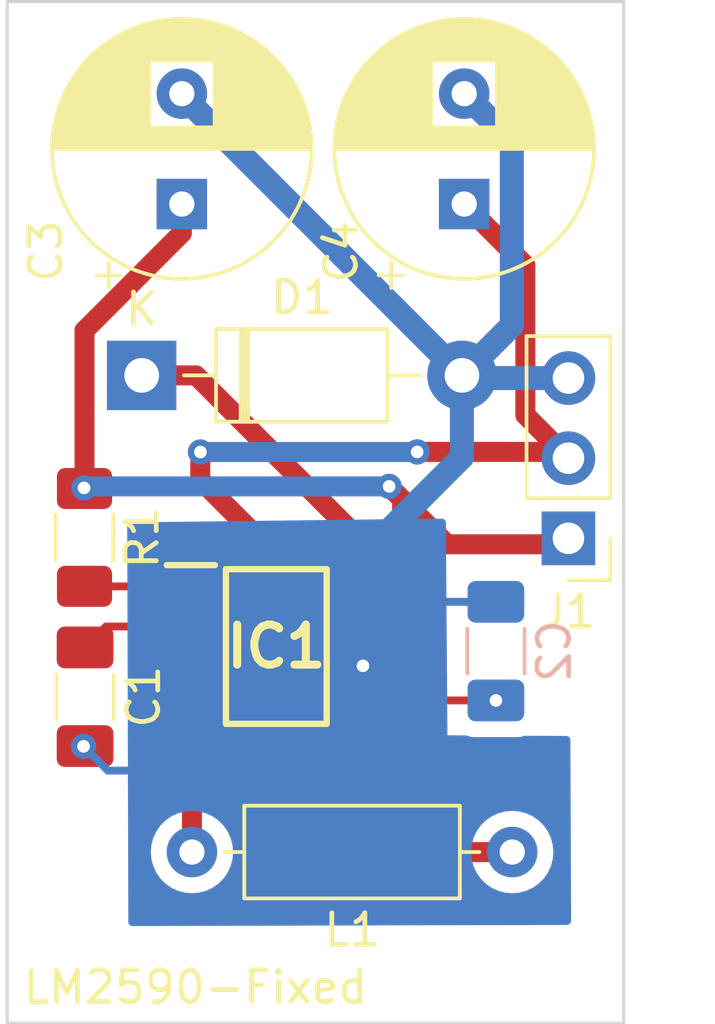
<source format=kicad_pcb>
(kicad_pcb (version 20240108) (generator "pcbnew") (generator_version "8.0")
  (layers (0 "F.Cu" signal) (31 "B.Cu" signal) (34 "B.Paste" user) (35 "F.Paste" user) (36 "B.SilkS" user "B.Silkscreen") (37 "F.SilkS" user "F.Silkscreen") (38 "B.Mask" user) (39 "F.Mask" user) (44 "Edge.Cuts" user))
  (net 0 "")
  (net 1 "Net-(IC1-DELAY)")
  (net 2 "GND")
  (net 3 "Net-(IC1-~{SHUTDOWN}{slash}SOFT-START)")
  (net 4 "+VDC")
  (net 5 "VCC")
  (net 6 "Net-(D1-K)")
  (net 7 "Net-(IC1-ERROR_FLAG)")
  (footprint "SamacSys_Parts:SOIC127P600X175-8N" (layer "F.Cu") (at 153.849992 100.503564)
    (property "Reference" "IC1" (at 0 0 0) (layer "F.SilkS") (effects (font (size 1.27 1.27) (thickness 0.254))))
    (property "Value" "LM2597MX-5.0_NOPB" (hide yes))
    (fp_line (start -3.475 -2.58) (end -1.948 -2.58) (stroke (width 0.2)) (layer "F.SilkS"))
    (fp_line (start -1.598 -2.452) (end 1.598 -2.452) (stroke (width 0.2)) (layer "F.SilkS"))
    (fp_line (start -1.598 2.452) (end -1.598 -2.452) (stroke (width 0.2)) (layer "F.SilkS"))
    (fp_line (start 1.598 -2.452) (end 1.598 2.452) (stroke (width 0.2)) (layer "F.SilkS"))
    (fp_line (start 1.598 2.452) (end -1.598 2.452) (stroke (width 0.2)) (layer "F.SilkS"))
    (pad "1" smd rect (at -2.711 -1.905 90) (size 0.65 1.528) (layers "F.Cu" "F.Paste" "F.Mask") (net 7 "Net-(IC1-ERROR_FLAG)"))
    (pad "2" smd rect (at -2.711 -0.635 90) (size 0.65 1.528) (layers "F.Cu" "F.Paste" "F.Mask") (net 1 "Net-(IC1-DELAY)"))
    (pad "3" smd rect (at -2.711 0.635 90) (size 0.65 1.528) (layers "F.Cu" "F.Paste" "F.Mask") (net 5 "VCC"))
    (pad "4" smd rect (at -2.711 1.905 90) (size 0.65 1.528) (layers "F.Cu" "F.Paste" "F.Mask") (net 5 "VCC"))
    (pad "5" smd rect (at 2.711 1.905 90) (size 0.65 1.528) (layers "F.Cu" "F.Paste" "F.Mask") (net 3 "Net-(IC1-~{SHUTDOWN}{slash}SOFT-START)"))
    (pad "6" smd rect (at 2.711 0.635 90) (size 0.65 1.528) (layers "F.Cu" "F.Paste" "F.Mask") (net 2 "GND"))
    (pad "7" smd rect (at 2.711 -0.635 90) (size 0.65 1.528) (layers "F.Cu" "F.Paste" "F.Mask") (net 4 "+VDC"))
    (pad "8" smd rect (at 2.711 -1.905 90) (size 0.65 1.528) (layers "F.Cu" "F.Paste" "F.Mask") (net 6 "Net-(D1-K)"))
  )
  (footprint "Inductor_THT:L_Axial_L6.6mm_D2.7mm_P10.16mm_Horizontal_Vishay_IM-2" (layer "F.Cu") (at 161.334161 107.019396 180)
    (property "Reference" "L1" (at 5.08 -2.47 0) (layer "F.SilkS"))
    (property "Value" "150uH")
    (fp_line (start 9.12 0) (end 8.5 0) (stroke (width 0.12)) (layer "F.SilkS"))
    (fp_line (start 8.5 1.47) (end 8.5 -1.47) (stroke (width 0.12)) (layer "F.SilkS"))
    (fp_line (start 8.5 -1.47) (end 1.66 -1.47) (stroke (width 0.12)) (layer "F.SilkS"))
    (fp_line (start 1.66 1.47) (end 8.5 1.47) (stroke (width 0.12)) (layer "F.SilkS"))
    (fp_line (start 1.66 -1.47) (end 1.66 1.47) (stroke (width 0.12)) (layer "F.SilkS"))
    (fp_line (start 1.04 0) (end 1.66 0) (stroke (width 0.12)) (layer "F.SilkS"))
    (pad "1" thru_hole circle (at 0 0 180) (size 1.6 1.6) (drill 0.8) (layers "*.Cu" "*.Mask") (net 6 "Net-(D1-K)"))
    (pad "2" thru_hole oval (at 10.16 0 180) (size 1.6 1.6) (drill 0.8) (layers "*.Cu" "*.Mask") (net 5 "VCC"))
  )
  (footprint "Diode_THT:D_DO-41_SOD81_P10.16mm_Horizontal" (layer "F.Cu") (at 149.579492 91.907963)
    (property "Reference" "D1" (at 5.08 -2.47 0) (layer "F.SilkS"))
    (property "Value" "1N5817")
    (fp_line (start 1.34 0) (end 2.36 0) (stroke (width 0.12)) (layer "F.SilkS"))
    (fp_line (start 2.36 -1.47) (end 2.36 1.47) (stroke (width 0.12)) (layer "F.SilkS"))
    (fp_line (start 2.36 1.47) (end 7.8 1.47) (stroke (width 0.12)) (layer "F.SilkS"))
    (fp_line (start 3.14 -1.47) (end 3.14 1.47) (stroke (width 0.12)) (layer "F.SilkS"))
    (fp_line (start 3.26 -1.47) (end 3.26 1.47) (stroke (width 0.12)) (layer "F.SilkS"))
    (fp_line (start 3.38 -1.47) (end 3.38 1.47) (stroke (width 0.12)) (layer "F.SilkS"))
    (fp_line (start 7.8 -1.47) (end 2.36 -1.47) (stroke (width 0.12)) (layer "F.SilkS"))
    (fp_line (start 7.8 1.47) (end 7.8 -1.47) (stroke (width 0.12)) (layer "F.SilkS"))
    (fp_line (start 8.82 0) (end 7.8 0) (stroke (width 0.12)) (layer "F.SilkS"))
    (fp_text user "K" (at 0 -2.1 0) (layer "F.SilkS"))
    (pad "1" thru_hole rect (at 0 0) (size 2.2 2.2) (drill 1.1) (layers "*.Cu" "*.Mask") (net 6 "Net-(D1-K)"))
    (pad "2" thru_hole oval (at 10.16 0) (size 2.2 2.2) (drill 1.1) (layers "*.Cu" "*.Mask") (net 2 "GND"))
  )
  (footprint "Resistor_SMD:R_1206_3216Metric_Pad1.30x1.75mm_HandSolder" (layer "F.Cu") (at 147.766141 97.044385 -90)
    (property "Reference" "R1" (at 0 -1.82 -90) (layer "F.SilkS"))
    (property "Value" "10k")
    (fp_line (start -0.727064 0.91) (end 0.727064 0.91) (stroke (width 0.12)) (layer "F.SilkS"))
    (fp_line (start -0.727064 -0.91) (end 0.727064 -0.91) (stroke (width 0.12)) (layer "F.SilkS"))
    (pad "1" smd roundrect (at -1.55 0 270) (size 1.3 1.75) (layers "F.Cu" "F.Paste" "F.Mask") (roundrect_rratio 0.192308) (net 4 "+VDC"))
    (pad "2" smd roundrect (at 1.55 0 270) (size 1.3 1.75) (layers "F.Cu" "F.Paste" "F.Mask") (roundrect_rratio 0.192308) (net 7 "Net-(IC1-ERROR_FLAG)"))
  )
  (footprint "Capacitor_THT:CP_Radial_D8.0mm_P3.50mm" (layer "F.Cu") (at 159.810912 86.476788 90)
    (property "Reference" "C4" (at -1.518013 -3.905429 90) (layer "F.SilkS"))
    (property "Value" "120uF")
    (fp_line (start 1.83 -4.08) (end 1.83 4.08) (stroke (width 0.12)) (layer "F.SilkS"))
    (fp_line (start 1.79 -4.08) (end 1.79 4.08) (stroke (width 0.12)) (layer "F.SilkS"))
    (fp_line (start 1.75 -4.08) (end 1.75 4.08) (stroke (width 0.12)) (layer "F.SilkS"))
    (fp_line (start 1.87 -4.079) (end 1.87 4.079) (stroke (width 0.12)) (layer "F.SilkS"))
    (fp_line (start 1.91 -4.077) (end 1.91 4.077) (stroke (width 0.12)) (layer "F.SilkS"))
    (fp_line (start 1.95 -4.076) (end 1.95 4.076) (stroke (width 0.12)) (layer "F.SilkS"))
    (fp_line (start 1.99 -4.074) (end 1.99 4.074) (stroke (width 0.12)) (layer "F.SilkS"))
    (fp_line (start 2.03 -4.071) (end 2.03 4.071) (stroke (width 0.12)) (layer "F.SilkS"))
    (fp_line (start 2.07 -4.068) (end 2.07 4.068) (stroke (width 0.12)) (layer "F.SilkS"))
    (fp_line (start 2.11 -4.065) (end 2.11 4.065) (stroke (width 0.12)) (layer "F.SilkS"))
    (fp_line (start 2.15 -4.061) (end 2.15 4.061) (stroke (width 0.12)) (layer "F.SilkS"))
    (fp_line (start 2.19 -4.057) (end 2.19 4.057) (stroke (width 0.12)) (layer "F.SilkS"))
    (fp_line (start 2.23 -4.052) (end 2.23 4.052) (stroke (width 0.12)) (layer "F.SilkS"))
    (fp_line (start 2.27 -4.048) (end 2.27 4.048) (stroke (width 0.12)) (layer "F.SilkS"))
    (fp_line (start 2.31 -4.042) (end 2.31 4.042) (stroke (width 0.12)) (layer "F.SilkS"))
    (fp_line (start 2.35 -4.037) (end 2.35 4.037) (stroke (width 0.12)) (layer "F.SilkS"))
    (fp_line (start 2.39 -4.03) (end 2.39 4.03) (stroke (width 0.12)) (layer "F.SilkS"))
    (fp_line (start 2.43 -4.024) (end 2.43 4.024) (stroke (width 0.12)) (layer "F.SilkS"))
    (fp_line (start 2.471 -4.017) (end 2.471 -1.04) (stroke (width 0.12)) (layer "F.SilkS"))
    (fp_line (start 2.511 -4.01) (end 2.511 -1.04) (stroke (width 0.12)) (layer "F.SilkS"))
    (fp_line (start 2.551 -4.002) (end 2.551 -1.04) (stroke (width 0.12)) (layer "F.SilkS"))
    (fp_line (start 2.591 -3.994) (end 2.591 -1.04) (stroke (width 0.12)) (layer "F.SilkS"))
    (fp_line (start 2.631 -3.985) (end 2.631 -1.04) (stroke (width 0.12)) (layer "F.SilkS"))
    (fp_line (start 2.671 -3.976) (end 2.671 -1.04) (stroke (width 0.12)) (layer "F.SilkS"))
    (fp_line (start 2.711 -3.967) (end 2.711 -1.04) (stroke (width 0.12)) (layer "F.SilkS"))
    (fp_line (start 2.751 -3.957) (end 2.751 -1.04) (stroke (width 0.12)) (layer "F.SilkS"))
    (fp_line (start 2.791 -3.947) (end 2.791 -1.04) (stroke (width 0.12)) (layer "F.SilkS"))
    (fp_line (start 2.831 -3.936) (end 2.831 -1.04) (stroke (width 0.12)) (layer "F.SilkS"))
    (fp_line (start 2.871 -3.925) (end 2.871 -1.04) (stroke (width 0.12)) (layer "F.SilkS"))
    (fp_line (start 2.911 -3.914) (end 2.911 -1.04) (stroke (width 0.12)) (layer "F.SilkS"))
    (fp_line (start 2.951 -3.902) (end 2.951 -1.04) (stroke (width 0.12)) (layer "F.SilkS"))
    (fp_line (start 2.991 -3.889) (end 2.991 -1.04) (stroke (width 0.12)) (layer "F.SilkS"))
    (fp_line (start 3.031 -3.877) (end 3.031 -1.04) (stroke (width 0.12)) (layer "F.SilkS"))
    (fp_line (start 3.071 -3.863) (end 3.071 -1.04) (stroke (width 0.12)) (layer "F.SilkS"))
    (fp_line (start 3.111 -3.85) (end 3.111 -1.04) (stroke (width 0.12)) (layer "F.SilkS"))
    (fp_line (start 3.151 -3.835) (end 3.151 -1.04) (stroke (width 0.12)) (layer "F.SilkS"))
    (fp_line (start 3.191 -3.821) (end 3.191 -1.04) (stroke (width 0.12)) (layer "F.SilkS"))
    (fp_line (start 3.231 -3.805) (end 3.231 -1.04) (stroke (width 0.12)) (layer "F.SilkS"))
    (fp_line (start 3.271 -3.79) (end 3.271 -1.04) (stroke (width 0.12)) (layer "F.SilkS"))
    (fp_line (start 3.311 -3.774) (end 3.311 -1.04) (stroke (width 0.12)) (layer "F.SilkS"))
    (fp_line (start 3.351 -3.757) (end 3.351 -1.04) (stroke (width 0.12)) (layer "F.SilkS"))
    (fp_line (start 3.391 -3.74) (end 3.391 -1.04) (stroke (width 0.12)) (layer "F.SilkS"))
    (fp_line (start 3.431 -3.722) (end 3.431 -1.04) (stroke (width 0.12)) (layer "F.SilkS"))
    (fp_line (start 3.471 -3.704) (end 3.471 -1.04) (stroke (width 0.12)) (layer "F.SilkS"))
    (fp_line (start 3.511 -3.686) (end 3.511 -1.04) (stroke (width 0.12)) (layer "F.SilkS"))
    (fp_line (start 3.551 -3.666) (end 3.551 -1.04) (stroke (width 0.12)) (layer "F.SilkS"))
    (fp_line (start 3.591 -3.647) (end 3.591 -1.04) (stroke (width 0.12)) (layer "F.SilkS"))
    (fp_line (start 3.631 -3.627) (end 3.631 -1.04) (stroke (width 0.12)) (layer "F.SilkS"))
    (fp_line (start 3.671 -3.606) (end 3.671 -1.04) (stroke (width 0.12)) (layer "F.SilkS"))
    (fp_line (start 3.711 -3.584) (end 3.711 -1.04) (stroke (width 0.12)) (layer "F.SilkS"))
    (fp_line (start 3.751 -3.562) (end 3.751 -1.04) (stroke (width 0.12)) (layer "F.SilkS"))
    (fp_line (start 3.791 -3.54) (end 3.791 -1.04) (stroke (width 0.12)) (layer "F.SilkS"))
    (fp_line (start 3.831 -3.517) (end 3.831 -1.04) (stroke (width 0.12)) (layer "F.SilkS"))
    (fp_line (start 3.871 -3.493) (end 3.871 -1.04) (stroke (width 0.12)) (layer "F.SilkS"))
    (fp_line (start 3.911 -3.469) (end 3.911 -1.04) (stroke (width 0.12)) (layer "F.SilkS"))
    (fp_line (start 3.951 -3.444) (end 3.951 -1.04) (stroke (width 0.12)) (layer "F.SilkS"))
    (fp_line (start 3.991 -3.418) (end 3.991 -1.04) (stroke (width 0.12)) (layer "F.SilkS"))
    (fp_line (start 4.031 -3.392) (end 4.031 -1.04) (stroke (width 0.12)) (layer "F.SilkS"))
    (fp_line (start 4.071 -3.365) (end 4.071 -1.04) (stroke (width 0.12)) (layer "F.SilkS"))
    (fp_line (start 4.111 -3.338) (end 4.111 -1.04) (stroke (width 0.12)) (layer "F.SilkS"))
    (fp_line (start 4.151 -3.309) (end 4.151 -1.04) (stroke (width 0.12)) (layer "F.SilkS"))
    (fp_line (start 4.191 -3.28) (end 4.191 -1.04) (stroke (width 0.12)) (layer "F.SilkS"))
    (fp_line (start 4.231 -3.25) (end 4.231 -1.04) (stroke (width 0.12)) (layer "F.SilkS"))
    (fp_line (start 4.271 -3.22) (end 4.271 -1.04) (stroke (width 0.12)) (layer "F.SilkS"))
    (fp_line (start 4.311 -3.189) (end 4.311 -1.04) (stroke (width 0.12)) (layer "F.SilkS"))
    (fp_line (start 4.351 -3.156) (end 4.351 -1.04) (stroke (width 0.12)) (layer "F.SilkS"))
    (fp_line (start 4.391 -3.124) (end 4.391 -1.04) (stroke (width 0.12)) (layer "F.SilkS"))
    (fp_line (start 4.431 -3.09) (end 4.431 -1.04) (stroke (width 0.12)) (layer "F.SilkS"))
    (fp_line (start 4.471 -3.055) (end 4.471 -1.04) (stroke (width 0.12)) (layer "F.SilkS"))
    (fp_line (start 4.511 -3.019) (end 4.511 -1.04) (stroke (width 0.12)) (layer "F.SilkS"))
    (fp_line (start 4.551 -2.983) (end 4.551 2.983) (stroke (width 0.12)) (layer "F.SilkS"))
    (fp_line (start 4.591 -2.945) (end 4.591 2.945) (stroke (width 0.12)) (layer "F.SilkS"))
    (fp_line (start 4.631 -2.907) (end 4.631 2.907) (stroke (width 0.12)) (layer "F.SilkS"))
    (fp_line (start 4.671 -2.867) (end 4.671 2.867) (stroke (width 0.12)) (layer "F.SilkS"))
    (fp_line (start 4.711 -2.826) (end 4.711 2.826) (stroke (width 0.12)) (layer "F.SilkS"))
    (fp_line (start 4.751 -2.784) (end 4.751 2.784) (stroke (width 0.12)) (layer "F.SilkS"))
    (fp_line (start 4.791 -2.741) (end 4.791 2.741) (stroke (width 0.12)) (layer "F.SilkS"))
    (fp_line (start -2.259698 -2.715) (end -2.259698 -1.915) (stroke (width 0.12)) (layer "F.SilkS"))
    (fp_line (start 4.831 -2.697) (end 4.831 2.697) (stroke (width 0.12)) (layer "F.SilkS"))
    (fp_line (start 4.871 -2.651) (end 4.871 2.651) (stroke (width 0.12)) (layer "F.SilkS"))
    (fp_line (start 4.911 -2.604) (end 4.911 2.604) (stroke (width 0.12)) (layer "F.SilkS"))
    (fp_line (start 4.951 -2.556) (end 4.951 2.556) (stroke (width 0.12)) (layer "F.SilkS"))
    (fp_line (start 4.991 -2.505) (end 4.991 2.505) (stroke (width 0.12)) (layer "F.SilkS"))
    (fp_line (start 5.031 -2.454) (end 5.031 2.454) (stroke (width 0.12)) (layer "F.SilkS"))
    (fp_line (start 5.071 -2.4) (end 5.071 2.4) (stroke (width 0.12)) (layer "F.SilkS"))
    (fp_line (start 5.111 -2.345) (end 5.111 2.345) (stroke (width 0.12)) (layer "F.SilkS"))
    (fp_line (start -2.659698 -2.315) (end -1.859698 -2.315) (stroke (width 0.12)) (layer "F.SilkS"))
    (fp_line (start 5.151 -2.287) (end 5.151 2.287) (stroke (width 0.12)) (layer "F.SilkS"))
    (fp_line (start 5.191 -2.228) (end 5.191 2.228) (stroke (width 0.12)) (layer "F.SilkS"))
    (fp_line (start 5.231 -2.166) (end 5.231 2.166) (stroke (width 0.12)) (layer "F.SilkS"))
    (fp_line (start 5.271 -2.102) (end 5.271 2.102) (stroke (width 0.12)) (layer "F.SilkS"))
    (fp_line (start 5.311 -2.034) (end 5.311 2.034) (stroke (width 0.12)) (layer "F.SilkS"))
    (fp_line (start 5.351 -1.964) (end 5.351 1.964) (stroke (width 0.12)) (layer "F.SilkS"))
    (fp_line (start 5.391 -1.89) (end 5.391 1.89) (stroke (width 0.12)) (layer "F.SilkS"))
    (fp_line (start 5.431 -1.813) (end 5.431 1.813) (stroke (width 0.12)) (layer "F.SilkS"))
    (fp_line (start 5.471 -1.731) (end 5.471 1.731) (stroke (width 0.12)) (layer "F.SilkS"))
    (fp_line (start 5.511 -1.645) (end 5.511 1.645) (stroke (width 0.12)) (layer "F.SilkS"))
    (fp_line (start 5.551 -1.552) (end 5.551 1.552) (stroke (width 0.12)) (layer "F.SilkS"))
    (fp_line (start 5.591 -1.453) (end 5.591 1.453) (stroke (width 0.12)) (layer "F.SilkS"))
    (fp_line (start 5.631 -1.346) (end 5.631 1.346) (stroke (width 0.12)) (layer "F.SilkS"))
    (fp_line (start 5.671 -1.229) (end 5.671 1.229) (stroke (width 0.12)) (layer "F.SilkS"))
    (fp_line (start 5.711 -1.098) (end 5.711 1.098) (stroke (width 0.12)) (layer "F.SilkS"))
    (fp_line (start 5.751 -0.948) (end 5.751 0.948) (stroke (width 0.12)) (layer "F.SilkS"))
    (fp_line (start 5.791 -0.768) (end 5.791 0.768) (stroke (width 0.12)) (layer "F.SilkS"))
    (fp_line (start 5.831 -0.533) (end 5.831 0.533) (stroke (width 0.12)) (layer "F.SilkS"))
    (fp_line (start 4.511 1.04) (end 4.511 3.019) (stroke (width 0.12)) (layer "F.SilkS"))
    (fp_line (start 4.471 1.04) (end 4.471 3.055) (stroke (width 0.12)) (layer "F.SilkS"))
    (fp_line (start 4.431 1.04) (end 4.431 3.09) (stroke (width 0.12)) (layer "F.SilkS"))
    (fp_line (start 4.391 1.04) (end 4.391 3.124) (stroke (width 0.12)) (layer "F.SilkS"))
    (fp_line (start 4.351 1.04) (end 4.351 3.156) (stroke (width 0.12)) (layer "F.SilkS"))
    (fp_line (start 4.311 1.04) (end 4.311 3.189) (stroke (width 0.12)) (layer "F.SilkS"))
    (fp_line (start 4.271 1.04) (end 4.271 3.22) (stroke (width 0.12)) (layer "F.SilkS"))
    (fp_line (start 4.231 1.04) (end 4.231 3.25) (stroke (width 0.12)) (layer "F.SilkS"))
    (fp_line (start 4.191 1.04) (end 4.191 3.28) (stroke (width 0.12)) (layer "F.SilkS"))
    (fp_line (start 4.151 1.04) (end 4.151 3.309) (stroke (width 0.12)) (layer "F.SilkS"))
    (fp_line (start 4.111 1.04) (end 4.111 3.338) (stroke (width 0.12)) (layer "F.SilkS"))
    (fp_line (start 4.071 1.04) (end 4.071 3.365) (stroke (width 0.12)) (layer "F.SilkS"))
    (fp_line (start 4.031 1.04) (end 4.031 3.392) (stroke (width 0.12)) (layer "F.SilkS"))
    (fp_line (start 3.991 1.04) (end 3.991 3.418) (stroke (width 0.12)) (layer "F.SilkS"))
    (fp_line (start 3.951 1.04) (end 3.951 3.444) (stroke (width 0.12)) (layer "F.SilkS"))
    (fp_line (start 3.911 1.04) (end 3.911 3.469) (stroke (width 0.12)) (layer "F.SilkS"))
    (fp_line (start 3.871 1.04) (end 3.871 3.493) (stroke (width 0.12)) (layer "F.SilkS"))
    (fp_line (start 3.831 1.04) (end 3.831 3.517) (stroke (width 0.12)) (layer "F.SilkS"))
    (fp_line (start 3.791 1.04) (end 3.791 3.54) (stroke (width 0.12)) (layer "F.SilkS"))
    (fp_line (start 3.751 1.04) (end 3.751 3.562) (stroke (width 0.12)) (layer "F.SilkS"))
    (fp_line (start 3.711 1.04) (end 3.711 3.584) (stroke (width 0.12)) (layer "F.SilkS"))
    (fp_line (start 3.671 1.04) (end 3.671 3.606) (stroke (width 0.12)) (layer "F.SilkS"))
    (fp_line (start 3.631 1.04) (end 3.631 3.627) (stroke (width 0.12)) (layer "F.SilkS"))
    (fp_line (start 3.591 1.04) (end 3.591 3.647) (stroke (width 0.12)) (layer "F.SilkS"))
    (fp_line (start 3.551 1.04) (end 3.551 3.666) (stroke (width 0.12)) (layer "F.SilkS"))
    (fp_line (start 3.511 1.04) (end 3.511 3.686) (stroke (width 0.12)) (layer "F.SilkS"))
    (fp_line (start 3.471 1.04) (end 3.471 3.704) (stroke (width 0.12)) (layer "F.SilkS"))
    (fp_line (start 3.431 1.04) (end 3.431 3.722) (stroke (width 0.12)) (layer "F.SilkS"))
    (fp_line (start 3.391 1.04) (end 3.391 3.74) (stroke (width 0.12)) (layer "F.SilkS"))
    (fp_line (start 3.351 1.04) (end 3.351 3.757) (stroke (width 0.12)) (layer "F.SilkS"))
    (fp_line (start 3.311 1.04) (end 3.311 3.774) (stroke (width 0.12)) (layer "F.SilkS"))
    (fp_line (start 3.271 1.04) (end 3.271 3.79) (stroke (width 0.12)) (layer "F.SilkS"))
    (fp_line (start 3.231 1.04) (end 3.231 3.805) (stroke (width 0.12)) (layer "F.SilkS"))
    (fp_line (start 3.191 1.04) (end 3.191 3.821) (stroke (width 0.12)) (layer "F.SilkS"))
    (fp_line (start 3.151 1.04) (end 3.151 3.835) (stroke (width 0.12)) (layer "F.SilkS"))
    (fp_line (start 3.111 1.04) (end 3.111 3.85) (stroke (width 0.12)) (layer "F.SilkS"))
    (fp_line (start 3.071 1.04) (end 3.071 3.863) (stroke (width 0.12)) (layer "F.SilkS"))
    (fp_line (start 3.031 1.04) (end 3.031 3.877) (stroke (width 0.12)) (layer "F.SilkS"))
    (fp_line (start 2.991 1.04) (end 2.991 3.889) (stroke (width 0.12)) (layer "F.SilkS"))
    (fp_line (start 2.951 1.04) (end 2.951 3.902) (stroke (width 0.12)) (layer "F.SilkS"))
    (fp_line (start 2.911 1.04) (end 2.911 3.914) (stroke (width 0.12)) (layer "F.SilkS"))
    (fp_line (start 2.871 1.04) (end 2.871 3.925) (stroke (width 0.12)) (layer "F.SilkS"))
    (fp_line (start 2.831 1.04) (end 2.831 3.936) (stroke (width 0.12)) (layer "F.SilkS"))
    (fp_line (start 2.791 1.04) (end 2.791 3.947) (stroke (width 0.12)) (layer "F.SilkS"))
    (fp_line (start 2.751 1.04) (end 2.751 3.957) (stroke (width 0.12)) (layer "F.SilkS"))
    (fp_line (start 2.711 1.04) (end 2.711 3.967) (stroke (width 0.12)) (layer "F.SilkS"))
    (fp_line (start 2.671 1.04) (end 2.671 3.976) (stroke (width 0.12)) (layer "F.SilkS"))
    (fp_line (start 2.631 1.04) (end 2.631 3.985) (stroke (width 0.12)) (layer "F.SilkS"))
    (fp_line (start 2.591 1.04) (end 2.591 3.994) (stroke (width 0.12)) (layer "F.SilkS"))
    (fp_line (start 2.551 1.04) (end 2.551 4.002) (stroke (width 0.12)) (layer "F.SilkS"))
    (fp_line (start 2.511 1.04) (end 2.511 4.01) (stroke (width 0.12)) (layer "F.SilkS"))
    (fp_line (start 2.471 1.04) (end 2.471 4.017) (stroke (width 0.12)) (layer "F.SilkS"))
    (fp_circle (center 1.75 0) (end 5.87 0) (stroke (width 0.12)) (fill none) (layer "F.SilkS"))
    (pad "1" thru_hole rect (at 0 0 90) (size 1.6 1.6) (drill 0.8) (layers "*.Cu" "*.Mask") (net 5 "VCC"))
    (pad "2" thru_hole circle (at 3.5 0 90) (size 1.6 1.6) (drill 0.8) (layers "*.Cu" "*.Mask") (net 2 "GND"))
  )
  (footprint "Capacitor_SMD:C_1206_3216Metric_Pad1.33x1.80mm_HandSolder" (layer "F.Cu") (at 147.783138 102.095829 -90)
    (property "Reference" "C1" (at 0 -1.85 90) (layer "F.SilkS"))
    (property "Value" "0.1uF")
    (fp_line (start -0.711252 0.91) (end 0.711252 0.91) (stroke (width 0.12)) (layer "F.SilkS"))
    (fp_line (start -0.711252 -0.91) (end 0.711252 -0.91) (stroke (width 0.12)) (layer "F.SilkS"))
    (pad "1" smd roundrect (at -1.5625 0 270) (size 1.325 1.8) (layers "F.Cu" "F.Paste" "F.Mask") (roundrect_rratio 0.188679) (net 1 "Net-(IC1-DELAY)"))
    (pad "2" smd roundrect (at 1.5625 0 270) (size 1.325 1.8) (layers "F.Cu" "F.Paste" "F.Mask") (roundrect_rratio 0.188679) (net 2 "GND"))
  )
  (footprint "Capacitor_THT:CP_Radial_D8.0mm_P3.50mm" (layer "F.Cu") (at 150.853605 86.476788 90)
    (property "Reference" "C3" (at -1.496584 -4.312579 90) (layer "F.SilkS"))
    (property "Value" "68uF")
    (fp_line (start 1.83 -4.08) (end 1.83 4.08) (stroke (width 0.12)) (layer "F.SilkS"))
    (fp_line (start 1.79 -4.08) (end 1.79 4.08) (stroke (width 0.12)) (layer "F.SilkS"))
    (fp_line (start 1.75 -4.08) (end 1.75 4.08) (stroke (width 0.12)) (layer "F.SilkS"))
    (fp_line (start 1.87 -4.079) (end 1.87 4.079) (stroke (width 0.12)) (layer "F.SilkS"))
    (fp_line (start 1.91 -4.077) (end 1.91 4.077) (stroke (width 0.12)) (layer "F.SilkS"))
    (fp_line (start 1.95 -4.076) (end 1.95 4.076) (stroke (width 0.12)) (layer "F.SilkS"))
    (fp_line (start 1.99 -4.074) (end 1.99 4.074) (stroke (width 0.12)) (layer "F.SilkS"))
    (fp_line (start 2.03 -4.071) (end 2.03 4.071) (stroke (width 0.12)) (layer "F.SilkS"))
    (fp_line (start 2.07 -4.068) (end 2.07 4.068) (stroke (width 0.12)) (layer "F.SilkS"))
    (fp_line (start 2.11 -4.065) (end 2.11 4.065) (stroke (width 0.12)) (layer "F.SilkS"))
    (fp_line (start 2.15 -4.061) (end 2.15 4.061) (stroke (width 0.12)) (layer "F.SilkS"))
    (fp_line (start 2.19 -4.057) (end 2.19 4.057) (stroke (width 0.12)) (layer "F.SilkS"))
    (fp_line (start 2.23 -4.052) (end 2.23 4.052) (stroke (width 0.12)) (layer "F.SilkS"))
    (fp_line (start 2.27 -4.048) (end 2.27 4.048) (stroke (width 0.12)) (layer "F.SilkS"))
    (fp_line (start 2.31 -4.042) (end 2.31 4.042) (stroke (width 0.12)) (layer "F.SilkS"))
    (fp_line (start 2.35 -4.037) (end 2.35 4.037) (stroke (width 0.12)) (layer "F.SilkS"))
    (fp_line (start 2.39 -4.03) (end 2.39 4.03) (stroke (width 0.12)) (layer "F.SilkS"))
    (fp_line (start 2.43 -4.024) (end 2.43 4.024) (stroke (width 0.12)) (layer "F.SilkS"))
    (fp_line (start 2.471 -4.017) (end 2.471 -1.04) (stroke (width 0.12)) (layer "F.SilkS"))
    (fp_line (start 2.511 -4.01) (end 2.511 -1.04) (stroke (width 0.12)) (layer "F.SilkS"))
    (fp_line (start 2.551 -4.002) (end 2.551 -1.04) (stroke (width 0.12)) (layer "F.SilkS"))
    (fp_line (start 2.591 -3.994) (end 2.591 -1.04) (stroke (width 0.12)) (layer "F.SilkS"))
    (fp_line (start 2.631 -3.985) (end 2.631 -1.04) (stroke (width 0.12)) (layer "F.SilkS"))
    (fp_line (start 2.671 -3.976) (end 2.671 -1.04) (stroke (width 0.12)) (layer "F.SilkS"))
    (fp_line (start 2.711 -3.967) (end 2.711 -1.04) (stroke (width 0.12)) (layer "F.SilkS"))
    (fp_line (start 2.751 -3.957) (end 2.751 -1.04) (stroke (width 0.12)) (layer "F.SilkS"))
    (fp_line (start 2.791 -3.947) (end 2.791 -1.04) (stroke (width 0.12)) (layer "F.SilkS"))
    (fp_line (start 2.831 -3.936) (end 2.831 -1.04) (stroke (width 0.12)) (layer "F.SilkS"))
    (fp_line (start 2.871 -3.925) (end 2.871 -1.04) (stroke (width 0.12)) (layer "F.SilkS"))
    (fp_line (start 2.911 -3.914) (end 2.911 -1.04) (stroke (width 0.12)) (layer "F.SilkS"))
    (fp_line (start 2.951 -3.902) (end 2.951 -1.04) (stroke (width 0.12)) (layer "F.SilkS"))
    (fp_line (start 2.991 -3.889) (end 2.991 -1.04) (stroke (width 0.12)) (layer "F.SilkS"))
    (fp_line (start 3.031 -3.877) (end 3.031 -1.04) (stroke (width 0.12)) (layer "F.SilkS"))
    (fp_line (start 3.071 -3.863) (end 3.071 -1.04) (stroke (width 0.12)) (layer "F.SilkS"))
    (fp_line (start 3.111 -3.85) (end 3.111 -1.04) (stroke (width 0.12)) (layer "F.SilkS"))
    (fp_line (start 3.151 -3.835) (end 3.151 -1.04) (stroke (width 0.12)) (layer "F.SilkS"))
    (fp_line (start 3.191 -3.821) (end 3.191 -1.04) (stroke (width 0.12)) (layer "F.SilkS"))
    (fp_line (start 3.231 -3.805) (end 3.231 -1.04) (stroke (width 0.12)) (layer "F.SilkS"))
    (fp_line (start 3.271 -3.79) (end 3.271 -1.04) (stroke (width 0.12)) (layer "F.SilkS"))
    (fp_line (start 3.311 -3.774) (end 3.311 -1.04) (stroke (width 0.12)) (layer "F.SilkS"))
    (fp_line (start 3.351 -3.757) (end 3.351 -1.04) (stroke (width 0.12)) (layer "F.SilkS"))
    (fp_line (start 3.391 -3.74) (end 3.391 -1.04) (stroke (width 0.12)) (layer "F.SilkS"))
    (fp_line (start 3.431 -3.722) (end 3.431 -1.04) (stroke (width 0.12)) (layer "F.SilkS"))
    (fp_line (start 3.471 -3.704) (end 3.471 -1.04) (stroke (width 0.12)) (layer "F.SilkS"))
    (fp_line (start 3.511 -3.686) (end 3.511 -1.04) (stroke (width 0.12)) (layer "F.SilkS"))
    (fp_line (start 3.551 -3.666) (end 3.551 -1.04) (stroke (width 0.12)) (layer "F.SilkS"))
    (fp_line (start 3.591 -3.647) (end 3.591 -1.04) (stroke (width 0.12)) (layer "F.SilkS"))
    (fp_line (start 3.631 -3.627) (end 3.631 -1.04) (stroke (width 0.12)) (layer "F.SilkS"))
    (fp_line (start 3.671 -3.606) (end 3.671 -1.04) (stroke (width 0.12)) (layer "F.SilkS"))
    (fp_line (start 3.711 -3.584) (end 3.711 -1.04) (stroke (width 0.12)) (layer "F.SilkS"))
    (fp_line (start 3.751 -3.562) (end 3.751 -1.04) (stroke (width 0.12)) (layer "F.SilkS"))
    (fp_line (start 3.791 -3.54) (end 3.791 -1.04) (stroke (width 0.12)) (layer "F.SilkS"))
    (fp_line (start 3.831 -3.517) (end 3.831 -1.04) (stroke (width 0.12)) (layer "F.SilkS"))
    (fp_line (start 3.871 -3.493) (end 3.871 -1.04) (stroke (width 0.12)) (layer "F.SilkS"))
    (fp_line (start 3.911 -3.469) (end 3.911 -1.04) (stroke (width 0.12)) (layer "F.SilkS"))
    (fp_line (start 3.951 -3.444) (end 3.951 -1.04) (stroke (width 0.12)) (layer "F.SilkS"))
    (fp_line (start 3.991 -3.418) (end 3.991 -1.04) (stroke (width 0.12)) (layer "F.SilkS"))
    (fp_line (start 4.031 -3.392) (end 4.031 -1.04) (stroke (width 0.12)) (layer "F.SilkS"))
    (fp_line (start 4.071 -3.365) (end 4.071 -1.04) (stroke (width 0.12)) (layer "F.SilkS"))
    (fp_line (start 4.111 -3.338) (end 4.111 -1.04) (stroke (width 0.12)) (layer "F.SilkS"))
    (fp_line (start 4.151 -3.309) (end 4.151 -1.04) (stroke (width 0.12)) (layer "F.SilkS"))
    (fp_line (start 4.191 -3.28) (end 4.191 -1.04) (stroke (width 0.12)) (layer "F.SilkS"))
    (fp_line (start 4.231 -3.25) (end 4.231 -1.04) (stroke (width 0.12)) (layer "F.SilkS"))
    (fp_line (start 4.271 -3.22) (end 4.271 -1.04) (stroke (width 0.12)) (layer "F.SilkS"))
    (fp_line (start 4.311 -3.189) (end 4.311 -1.04) (stroke (width 0.12)) (layer "F.SilkS"))
    (fp_line (start 4.351 -3.156) (end 4.351 -1.04) (stroke (width 0.12)) (layer "F.SilkS"))
    (fp_line (start 4.391 -3.124) (end 4.391 -1.04) (stroke (width 0.12)) (layer "F.SilkS"))
    (fp_line (start 4.431 -3.09) (end 4.431 -1.04) (stroke (width 0.12)) (layer "F.SilkS"))
    (fp_line (start 4.471 -3.055) (end 4.471 -1.04) (stroke (width 0.12)) (layer "F.SilkS"))
    (fp_line (start 4.511 -3.019) (end 4.511 -1.04) (stroke (width 0.12)) (layer "F.SilkS"))
    (fp_line (start 4.551 -2.983) (end 4.551 2.983) (stroke (width 0.12)) (layer "F.SilkS"))
    (fp_line (start 4.591 -2.945) (end 4.591 2.945) (stroke (width 0.12)) (layer "F.SilkS"))
    (fp_line (start 4.631 -2.907) (end 4.631 2.907) (stroke (width 0.12)) (layer "F.SilkS"))
    (fp_line (start 4.671 -2.867) (end 4.671 2.867) (stroke (width 0.12)) (layer "F.SilkS"))
    (fp_line (start 4.711 -2.826) (end 4.711 2.826) (stroke (width 0.12)) (layer "F.SilkS"))
    (fp_line (start 4.751 -2.784) (end 4.751 2.784) (stroke (width 0.12)) (layer "F.SilkS"))
    (fp_line (start 4.791 -2.741) (end 4.791 2.741) (stroke (width 0.12)) (layer "F.SilkS"))
    (fp_line (start -2.259698 -2.715) (end -2.259698 -1.915) (stroke (width 0.12)) (layer "F.SilkS"))
    (fp_line (start 4.831 -2.697) (end 4.831 2.697) (stroke (width 0.12)) (layer "F.SilkS"))
    (fp_line (start 4.871 -2.651) (end 4.871 2.651) (stroke (width 0.12)) (layer "F.SilkS"))
    (fp_line (start 4.911 -2.604) (end 4.911 2.604) (stroke (width 0.12)) (layer "F.SilkS"))
    (fp_line (start 4.951 -2.556) (end 4.951 2.556) (stroke (width 0.12)) (layer "F.SilkS"))
    (fp_line (start 4.991 -2.505) (end 4.991 2.505) (stroke (width 0.12)) (layer "F.SilkS"))
    (fp_line (start 5.031 -2.454) (end 5.031 2.454) (stroke (width 0.12)) (layer "F.SilkS"))
    (fp_line (start 5.071 -2.4) (end 5.071 2.4) (stroke (width 0.12)) (layer "F.SilkS"))
    (fp_line (start 5.111 -2.345) (end 5.111 2.345) (stroke (width 0.12)) (layer "F.SilkS"))
    (fp_line (start -2.659698 -2.315) (end -1.859698 -2.315) (stroke (width 0.12)) (layer "F.SilkS"))
    (fp_line (start 5.151 -2.287) (end 5.151 2.287) (stroke (width 0.12)) (layer "F.SilkS"))
    (fp_line (start 5.191 -2.228) (end 5.191 2.228) (stroke (width 0.12)) (layer "F.SilkS"))
    (fp_line (start 5.231 -2.166) (end 5.231 2.166) (stroke (width 0.12)) (layer "F.SilkS"))
    (fp_line (start 5.271 -2.102) (end 5.271 2.102) (stroke (width 0.12)) (layer "F.SilkS"))
    (fp_line (start 5.311 -2.034) (end 5.311 2.034) (stroke (width 0.12)) (layer "F.SilkS"))
    (fp_line (start 5.351 -1.964) (end 5.351 1.964) (stroke (width 0.12)) (layer "F.SilkS"))
    (fp_line (start 5.391 -1.89) (end 5.391 1.89) (stroke (width 0.12)) (layer "F.SilkS"))
    (fp_line (start 5.431 -1.813) (end 5.431 1.813) (stroke (width 0.12)) (layer "F.SilkS"))
    (fp_line (start 5.471 -1.731) (end 5.471 1.731) (stroke (width 0.12)) (layer "F.SilkS"))
    (fp_line (start 5.511 -1.645) (end 5.511 1.645) (stroke (width 0.12)) (layer "F.SilkS"))
    (fp_line (start 5.551 -1.552) (end 5.551 1.552) (stroke (width 0.12)) (layer "F.SilkS"))
    (fp_line (start 5.591 -1.453) (end 5.591 1.453) (stroke (width 0.12)) (layer "F.SilkS"))
    (fp_line (start 5.631 -1.346) (end 5.631 1.346) (stroke (width 0.12)) (layer "F.SilkS"))
    (fp_line (start 5.671 -1.229) (end 5.671 1.229) (stroke (width 0.12)) (layer "F.SilkS"))
    (fp_line (start 5.711 -1.098) (end 5.711 1.098) (stroke (width 0.12)) (layer "F.SilkS"))
    (fp_line (start 5.751 -0.948) (end 5.751 0.948) (stroke (width 0.12)) (layer "F.SilkS"))
    (fp_line (start 5.791 -0.768) (end 5.791 0.768) (stroke (width 0.12)) (layer "F.SilkS"))
    (fp_line (start 5.831 -0.533) (end 5.831 0.533) (stroke (width 0.12)) (layer "F.SilkS"))
    (fp_line (start 4.511 1.04) (end 4.511 3.019) (stroke (width 0.12)) (layer "F.SilkS"))
    (fp_line (start 4.471 1.04) (end 4.471 3.055) (stroke (width 0.12)) (layer "F.SilkS"))
    (fp_line (start 4.431 1.04) (end 4.431 3.09) (stroke (width 0.12)) (layer "F.SilkS"))
    (fp_line (start 4.391 1.04) (end 4.391 3.124) (stroke (width 0.12)) (layer "F.SilkS"))
    (fp_line (start 4.351 1.04) (end 4.351 3.156) (stroke (width 0.12)) (layer "F.SilkS"))
    (fp_line (start 4.311 1.04) (end 4.311 3.189) (stroke (width 0.12)) (layer "F.SilkS"))
    (fp_line (start 4.271 1.04) (end 4.271 3.22) (stroke (width 0.12)) (layer "F.SilkS"))
    (fp_line (start 4.231 1.04) (end 4.231 3.25) (stroke (width 0.12)) (layer "F.SilkS"))
    (fp_line (start 4.191 1.04) (end 4.191 3.28) (stroke (width 0.12)) (layer "F.SilkS"))
    (fp_line (start 4.151 1.04) (end 4.151 3.309) (stroke (width 0.12)) (layer "F.SilkS"))
    (fp_line (start 4.111 1.04) (end 4.111 3.338) (stroke (width 0.12)) (layer "F.SilkS"))
    (fp_line (start 4.071 1.04) (end 4.071 3.365) (stroke (width 0.12)) (layer "F.SilkS"))
    (fp_line (start 4.031 1.04) (end 4.031 3.392) (stroke (width 0.12)) (layer "F.SilkS"))
    (fp_line (start 3.991 1.04) (end 3.991 3.418) (stroke (width 0.12)) (layer "F.SilkS"))
    (fp_line (start 3.951 1.04) (end 3.951 3.444) (stroke (width 0.12)) (layer "F.SilkS"))
    (fp_line (start 3.911 1.04) (end 3.911 3.469) (stroke (width 0.12)) (layer "F.SilkS"))
    (fp_line (start 3.871 1.04) (end 3.871 3.493) (stroke (width 0.12)) (layer "F.SilkS"))
    (fp_line (start 3.831 1.04) (end 3.831 3.517) (stroke (width 0.12)) (layer "F.SilkS"))
    (fp_line (start 3.791 1.04) (end 3.791 3.54) (stroke (width 0.12)) (layer "F.SilkS"))
    (fp_line (start 3.751 1.04) (end 3.751 3.562) (stroke (width 0.12)) (layer "F.SilkS"))
    (fp_line (start 3.711 1.04) (end 3.711 3.584) (stroke (width 0.12)) (layer "F.SilkS"))
    (fp_line (start 3.671 1.04) (end 3.671 3.606) (stroke (width 0.12)) (layer "F.SilkS"))
    (fp_line (start 3.631 1.04) (end 3.631 3.627) (stroke (width 0.12)) (layer "F.SilkS"))
    (fp_line (start 3.591 1.04) (end 3.591 3.647) (stroke (width 0.12)) (layer "F.SilkS"))
    (fp_line (start 3.551 1.04) (end 3.551 3.666) (stroke (width 0.12)) (layer "F.SilkS"))
    (fp_line (start 3.511 1.04) (end 3.511 3.686) (stroke (width 0.12)) (layer "F.SilkS"))
    (fp_line (start 3.471 1.04) (end 3.471 3.704) (stroke (width 0.12)) (layer "F.SilkS"))
    (fp_line (start 3.431 1.04) (end 3.431 3.722) (stroke (width 0.12)) (layer "F.SilkS"))
    (fp_line (start 3.391 1.04) (end 3.391 3.74) (stroke (width 0.12)) (layer "F.SilkS"))
    (fp_line (start 3.351 1.04) (end 3.351 3.757) (stroke (width 0.12)) (layer "F.SilkS"))
    (fp_line (start 3.311 1.04) (end 3.311 3.774) (stroke (width 0.12)) (layer "F.SilkS"))
    (fp_line (start 3.271 1.04) (end 3.271 3.79) (stroke (width 0.12)) (layer "F.SilkS"))
    (fp_line (start 3.231 1.04) (end 3.231 3.805) (stroke (width 0.12)) (layer "F.SilkS"))
    (fp_line (start 3.191 1.04) (end 3.191 3.821) (stroke (width 0.12)) (layer "F.SilkS"))
    (fp_line (start 3.151 1.04) (end 3.151 3.835) (stroke (width 0.12)) (layer "F.SilkS"))
    (fp_line (start 3.111 1.04) (end 3.111 3.85) (stroke (width 0.12)) (layer "F.SilkS"))
    (fp_line (start 3.071 1.04) (end 3.071 3.863) (stroke (width 0.12)) (layer "F.SilkS"))
    (fp_line (start 3.031 1.04) (end 3.031 3.877) (stroke (width 0.12)) (layer "F.SilkS"))
    (fp_line (start 2.991 1.04) (end 2.991 3.889) (stroke (width 0.12)) (layer "F.SilkS"))
    (fp_line (start 2.951 1.04) (end 2.951 3.902) (stroke (width 0.12)) (layer "F.SilkS"))
    (fp_line (start 2.911 1.04) (end 2.911 3.914) (stroke (width 0.12)) (layer "F.SilkS"))
    (fp_line (start 2.871 1.04) (end 2.871 3.925) (stroke (width 0.12)) (layer "F.SilkS"))
    (fp_line (start 2.831 1.04) (end 2.831 3.936) (stroke (width 0.12)) (layer "F.SilkS"))
    (fp_line (start 2.791 1.04) (end 2.791 3.947) (stroke (width 0.12)) (layer "F.SilkS"))
    (fp_line (start 2.751 1.04) (end 2.751 3.957) (stroke (width 0.12)) (layer "F.SilkS"))
    (fp_line (start 2.711 1.04) (end 2.711 3.967) (stroke (width 0.12)) (layer "F.SilkS"))
    (fp_line (start 2.671 1.04) (end 2.671 3.976) (stroke (width 0.12)) (layer "F.SilkS"))
    (fp_line (start 2.631 1.04) (end 2.631 3.985) (stroke (width 0.12)) (layer "F.SilkS"))
    (fp_line (start 2.591 1.04) (end 2.591 3.994) (stroke (width 0.12)) (layer "F.SilkS"))
    (fp_line (start 2.551 1.04) (end 2.551 4.002) (stroke (width 0.12)) (layer "F.SilkS"))
    (fp_line (start 2.511 1.04) (end 2.511 4.01) (stroke (width 0.12)) (layer "F.SilkS"))
    (fp_line (start 2.471 1.04) (end 2.471 4.017) (stroke (width 0.12)) (layer "F.SilkS"))
    (fp_circle (center 1.75 0) (end 5.87 0) (stroke (width 0.12)) (fill none) (layer "F.SilkS"))
    (pad "1" thru_hole rect (at 0 0 90) (size 1.6 1.6) (drill 0.8) (layers "*.Cu" "*.Mask") (net 4 "+VDC"))
    (pad "2" thru_hole circle (at 3.5 0 90) (size 1.6 1.6) (drill 0.8) (layers "*.Cu" "*.Mask") (net 2 "GND"))
  )
  (footprint "Connector_PinHeader_2.54mm:PinHeader_1x03_P2.54mm_Vertical" (layer "F.Cu") (at 163.118369 97.073471 180)
    (property "Reference" "J1" (at 0 -2.33 180) (layer "F.SilkS"))
    (property "Value" "Conn_01x03")
    (fp_line (start 1.33 1.27) (end 1.33 6.41) (stroke (width 0.12)) (layer "F.SilkS"))
    (fp_line (start -1.33 6.41) (end 1.33 6.41) (stroke (width 0.12)) (layer "F.SilkS"))
    (fp_line (start -1.33 1.27) (end 1.33 1.27) (stroke (width 0.12)) (layer "F.SilkS"))
    (fp_line (start -1.33 1.27) (end -1.33 6.41) (stroke (width 0.12)) (layer "F.SilkS"))
    (fp_line (start -1.33 0) (end -1.33 -1.33) (stroke (width 0.12)) (layer "F.SilkS"))
    (fp_line (start -1.33 -1.33) (end 0 -1.33) (stroke (width 0.12)) (layer "F.SilkS"))
    (pad "1" thru_hole rect (at 0 0 180) (size 1.7 1.7) (drill 1) (layers "*.Cu" "*.Mask") (net 4 "+VDC"))
    (pad "2" thru_hole oval (at 0 2.54 180) (size 1.7 1.7) (drill 1) (layers "*.Cu" "*.Mask") (net 5 "VCC"))
    (pad "3" thru_hole oval (at 0 5.08 180) (size 1.7 1.7) (drill 1) (layers "*.Cu" "*.Mask") (net 2 "GND"))
  )
  (footprint "Capacitor_SMD:C_1206_3216Metric_Pad1.33x1.80mm_HandSolder" (layer "B.Cu") (at 160.816394 100.650257 90)
    (property "Reference" "C2" (at 0 1.85 90) (layer "B.SilkS") (effects (justify mirror)))
    (property "Value" "0.1uF")
    (fp_line (start 0.711252 -0.91) (end -0.711252 -0.91) (stroke (width 0.12)) (layer "B.SilkS"))
    (fp_line (start 0.711252 0.91) (end -0.711252 0.91) (stroke (width 0.12)) (layer "B.SilkS"))
    (pad "1" smd roundrect (at -1.5625 0 90) (size 1.325 1.8) (layers "B.Cu" "B.Paste" "B.Mask") (roundrect_rratio 0.188679) (net 3 "Net-(IC1-~{SHUTDOWN}{slash}SOFT-START)"))
    (pad "2" smd roundrect (at 1.5625 0 90) (size 1.325 1.8) (layers "B.Cu" "B.Paste" "B.Mask") (roundrect_rratio 0.188679) (net 2 "GND"))
  )
  (gr_line (start 145.312669 112.443271) (end 145.312669 80.058271) (stroke (width 0.1)) (layer "Edge.Cuts"))
  (gr_line (start 164.870669 112.443271) (end 145.312669 112.443271) (stroke (width 0.1)) (layer "Edge.Cuts"))
  (gr_line (start 145.312669 80.058271) (end 164.870669 80.058271) (stroke (width 0.1)) (layer "Edge.Cuts"))
  (gr_line (start 164.870669 80.058271) (end 164.870669 112.443271) (stroke (width 0.1)) (layer "Edge.Cuts"))
  (gr_text "LM2590-Fixed" (at 145.727182 111.889128 0) (layer "F.SilkS") (effects (font (size 1 1)) (justify left bottom)))
  (segment (start 148.447903 99.868564) (end 151.138992 99.868564) (width 0.25) (layer "F.Cu") (net 1))
  (segment (start 147.783138 100.533329) (end 148.447903 99.868564) (width 0.25) (layer "F.Cu") (net 1))
  (via (at 156.598987 101.11635) (size 0.8) (drill 0.4) (layers "F.Cu" "B.Cu") (net 2))
  (via (at 147.736901 103.667869) (size 0.8) (drill 0.4) (layers "F.Cu" "B.Cu") (net 2))
  (segment (start 159.739492 91.907963) (end 161.322554 90.324901) (width 0.762) (layer "B.Cu") (net 2))
  (segment (start 161.322554 90.324901) (end 161.322554 84.48843) (width 0.762) (layer "B.Cu") (net 2))
  (segment (start 163.118369 91.993471) (end 159.825 91.993471) (width 0.762) (layer "B.Cu") (net 2))
  (segment (start 153.278516 104.436821) (end 156.598987 101.11635) (width 0.25) (layer "B.Cu") (net 2))
  (segment (start 161.322554 84.48843) (end 159.810912 82.976788) (width 0.762) (layer "B.Cu") (net 2))
  (segment (start 156.598987 97.645612) (end 156.598987 101.11635) (width 0.762) (layer "B.Cu") (net 2))
  (segment (start 148.505853 104.436821) (end 153.278516 104.436821) (width 0.25) (layer "B.Cu") (net 2))
  (segment (start 158.62758 99.087757) (end 156.598987 101.11635) (width 0.25) (layer "B.Cu") (net 2))
  (segment (start 160.816394 99.087757) (end 158.62758 99.087757) (width 0.25) (layer "B.Cu") (net 2))
  (segment (start 159.739492 91.907963) (end 159.739492 94.505107) (width 0.762) (layer "B.Cu") (net 2))
  (segment (start 159.739492 94.505107) (end 156.598987 97.645612) (width 0.762) (layer "B.Cu") (net 2))
  (segment (start 147.736901 103.667869) (end 148.505853 104.436821) (width 0.25) (layer "B.Cu") (net 2))
  (segment (start 155.317216 99.834579) (end 156.598987 101.11635) (width 0.25) (layer "B.Cu") (net 2))
  (segment (start 159.739492 91.907963) (end 150.853605 83.022076) (width 0.762) (layer "B.Cu") (net 2))
  (segment (start 160.816394 102.212757) (end 156.756799 102.212757) (width 0.25) (layer "F.Cu") (net 3))
  (segment (start 156.756799 102.212757) (end 156.560992 102.408564) (width 0.25) (layer "F.Cu") (net 3))
  (via (at 160.816394 102.212757) (size 0.8) (drill 0.4) (layers "F.Cu" "B.Cu") (net 3))
  (segment (start 157.414992 99.868564) (end 156.560992 99.868564) (width 0.635) (layer "F.Cu") (net 4))
  (segment (start 147.766141 90.486314) (end 150.853605 87.39885) (width 0.635) (layer "F.Cu") (net 4))
  (segment (start 147.766141 95.459914) (end 147.766141 90.486314) (width 0.635) (layer "F.Cu") (net 4))
  (segment (start 157.842492 95.839397) (end 157.842492 99.441064) (width 0.635) (layer "F.Cu") (net 4))
  (segment (start 157.430175 95.42708) (end 157.842492 95.839397) (width 0.635) (layer "F.Cu") (net 4))
  (segment (start 157.842492 99.441064) (end 157.414992 99.868564) (width 0.635) (layer "F.Cu") (net 4))
  (segment (start 157.430175 95.42708) (end 159.265853 97.262758) (width 0.635) (layer "F.Cu") (net 4))
  (segment (start 159.265853 97.262758) (end 162.929082 97.262758) (width 0.635) (layer "F.Cu") (net 4))
  (segment (start 147.750869 95.475186) (end 147.766141 95.459914) (width 0.635) (layer "F.Cu") (net 4))
  (segment (start 150.853605 87.39885) (end 150.853605 86.476788) (width 0.635) (layer "F.Cu") (net 4))
  (via (at 147.750869 95.475186) (size 0.8) (drill 0.4) (layers "F.Cu" "B.Cu") (net 4))
  (via (at 157.430175 95.42708) (size 0.8) (drill 0.4) (layers "F.Cu" "B.Cu") (net 4))
  (segment (start 147.798975 95.42708) (end 147.750869 95.475186) (width 0.635) (layer "B.Cu") (net 4))
  (segment (start 157.430175 95.42708) (end 147.798975 95.42708) (width 0.635) (layer "B.Cu") (net 4))
  (segment (start 153.277788 100.398768) (end 153.277788 97.056055) (width 0.635) (layer "F.Cu") (net 5))
  (segment (start 161.750869 88.416745) (end 161.750869 93.165971) (width 0.635) (layer "F.Cu") (net 5))
  (segment (start 159.810912 86.476788) (end 161.750869 88.416745) (width 0.635) (layer "F.Cu") (net 5))
  (segment (start 161.750869 93.165971) (end 163.118369 94.533471) (width 0.635) (layer "F.Cu") (net 5))
  (segment (start 151.138992 102.408564) (end 151.138992 101.138564) (width 0.635) (layer "F.Cu") (net 5))
  (segment (start 153.277788 97.056055) (end 151.434897 95.213164) (width 0.635) (layer "F.Cu") (net 5))
  (segment (start 158.318828 94.334363) (end 162.919261 94.334363) (width 0.635) (layer "F.Cu") (net 5))
  (segment (start 151.138992 101.138564) (end 152.537992 101.138564) (width 0.635) (layer "F.Cu") (net 5))
  (segment (start 152.537992 101.138564) (end 153.277788 100.398768) (width 0.635) (layer "F.Cu") (net 5))
  (segment (start 151.434897 95.213164) (end 151.443568 94.337281) (width 0.635) (layer "F.Cu") (net 5))
  (segment (start 151.174161 107.019396) (end 151.174161 102.443733) (width 0.635) (layer "F.Cu") (net 5))
  (segment (start 151.174161 102.443733) (end 151.138992 102.408564) (width 0.635) (layer "F.Cu") (net 5))
  (via (at 158.318828 94.334363) (size 0.8) (drill 0.4) (layers "F.Cu" "B.Cu") (net 5))
  (via (at 151.443568 94.337281) (size 0.8) (drill 0.4) (layers "F.Cu" "B.Cu") (net 5))
  (segment (start 151.443568 94.337281) (end 158.293431 94.337281) (width 0.635) (layer "B.Cu") (net 5))
  (segment (start 158.293431 94.337281) (end 158.318828 94.334363) (width 0.635) (layer "B.Cu") (net 5))
  (segment (start 158.299267 94.337281) (end 158.296349 94.337281) (width 0.635) (layer "B.Cu") (net 5))
  (segment (start 158.318828 94.334363) (end 158.299267 94.337281) (width 0.635) (layer "B.Cu") (net 5))
  (segment (start 156.560992 97.166293) (end 151.302662 91.907963) (width 0.635) (layer "F.Cu") (net 6))
  (segment (start 156.988257 107.019396) (end 154.40817 104.439309) (width 0.635) (layer "F.Cu") (net 6))
  (segment (start 154.40817 99.210641) (end 155.020247 98.598564) (width 0.635) (layer "F.Cu") (net 6))
  (segment (start 156.560992 98.598564) (end 156.560992 97.166293) (width 0.635) (layer "F.Cu") (net 6))
  (segment (start 151.302662 91.907963) (end 149.579492 91.907963) (width 0.635) (layer "F.Cu") (net 6))
  (segment (start 154.40817 104.439309) (end 154.40817 99.210641) (width 0.635) (layer "F.Cu") (net 6))
  (segment (start 161.334161 107.019396) (end 156.988257 107.019396) (width 0.635) (layer "F.Cu") (net 6))
  (segment (start 155.020247 98.598564) (end 156.560992 98.598564) (width 0.635) (layer "F.Cu") (net 6))
  (segment (start 151.138992 98.598564) (end 147.77032 98.598564) (width 0.25) (layer "F.Cu") (net 7))
  (segment (start 147.77032 98.598564) (end 147.766141 98.594385) (width 0.25) (layer "F.Cu") (net 7))
  (zone (net 2) (net_name "GND") (layer "B.Cu") (connect_pads (clearance 0.5)) (min_thickness 0.25) (fill yes (thermal_gap 0.5) (thermal_bridge_width 0.5))
    (polygon (pts (xy 149.155783 109.365067) (xy 163.20363 109.329962) (xy 163.179559 103.339283) (xy 159.279487 103.317854) (xy 159.229546 96.446872) (xy 149.121106 96.569128)))
  )
)
</source>
